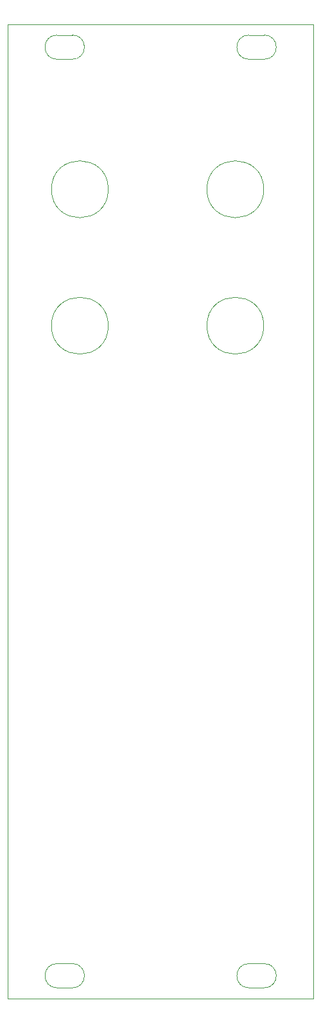
<source format=gbr>
G04 #@! TF.GenerationSoftware,KiCad,Pcbnew,(5.1.5-0)*
G04 #@! TF.CreationDate,2021-01-11T19:00:08-08:00*
G04 #@! TF.ProjectId,duallfovco,6475616c-6c66-46f7-9663-6f2e6b696361,rev?*
G04 #@! TF.SameCoordinates,Original*
G04 #@! TF.FileFunction,Profile,NP*
%FSLAX46Y46*%
G04 Gerber Fmt 4.6, Leading zero omitted, Abs format (unit mm)*
G04 Created by KiCad (PCBNEW (5.1.5-0)) date 2021-01-11 19:00:08*
%MOMM*%
%LPD*%
G04 APERTURE LIST*
%ADD10C,0.050000*%
G04 APERTURE END LIST*
D10*
X33750000Y-39750000D02*
G75*
G03X33750000Y-39750000I-3750000J0D01*
G01*
X13250000Y-39750000D02*
G75*
G03X13250000Y-39750000I-3750000J0D01*
G01*
X13250000Y-21750000D02*
G75*
G03X13250000Y-21750000I-3750000J0D01*
G01*
X33750000Y-21750000D02*
G75*
G03X33750000Y-21750000I-3750000J0D01*
G01*
X8500000Y-123900000D02*
G75*
G02X8500000Y-127100000I0J-1600000D01*
G01*
X6500000Y-123900000D02*
X8500000Y-123900000D01*
X6500000Y-127100000D02*
G75*
G02X6500000Y-123900000I0J1600000D01*
G01*
X6500000Y-127100000D02*
X8500000Y-127100000D01*
X8500000Y-1400000D02*
G75*
G02X8500000Y-4600000I0J-1600000D01*
G01*
X6500000Y-1400000D02*
X8500000Y-1400000D01*
X6500000Y-4600000D02*
G75*
G02X6500000Y-1400000I0J1600000D01*
G01*
X6500000Y-4600000D02*
X8500000Y-4600000D01*
X33800000Y-123900000D02*
G75*
G02X33800000Y-127100000I0J-1600000D01*
G01*
X31800000Y-123900000D02*
X33800000Y-123900000D01*
X31800000Y-127100000D02*
G75*
G02X31800000Y-123900000I0J1600000D01*
G01*
X31800000Y-127100000D02*
X33800000Y-127100000D01*
X31800000Y-1400000D02*
X33800000Y-1400000D01*
X31800000Y-4600000D02*
X33800000Y-4600000D01*
X31800000Y-4600000D02*
G75*
G02X31800000Y-1400000I0J1600000D01*
G01*
X33800000Y-1400000D02*
G75*
G02X33800000Y-4600000I0J-1600000D01*
G01*
X0Y-128500000D02*
X0Y0D01*
X40300000Y-128500000D02*
X0Y-128500000D01*
X40300000Y0D02*
X40300000Y-128500000D01*
X0Y0D02*
X40300000Y0D01*
M02*

</source>
